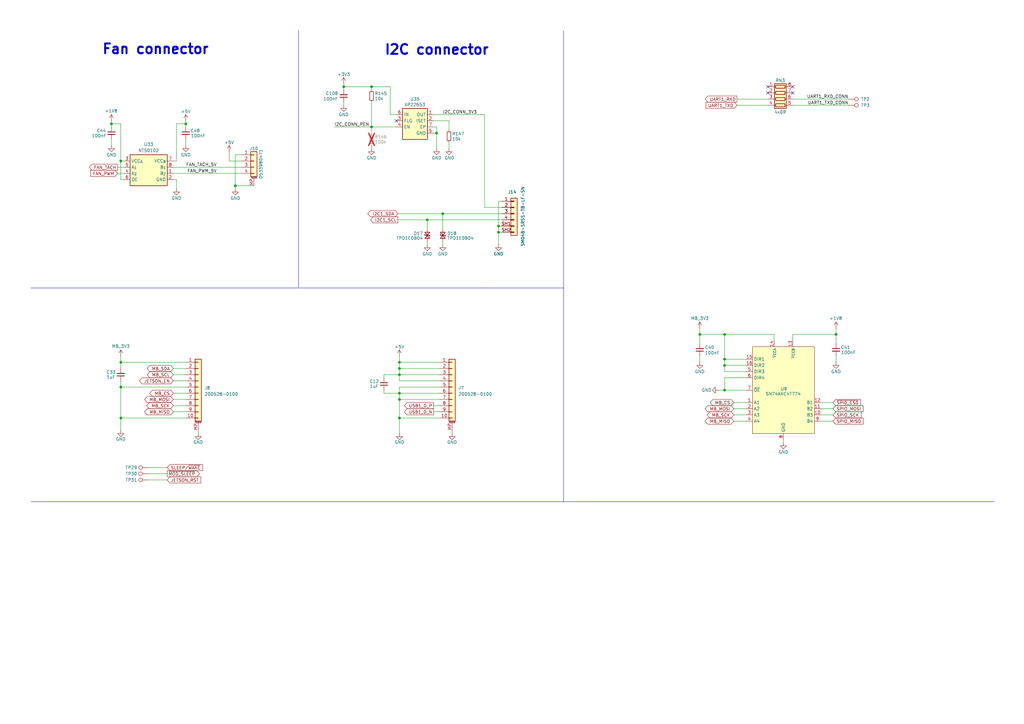
<source format=kicad_sch>
(kicad_sch (version 20231120) (generator "eeschema") (generator_version "8.0")
  (paper "A3")
  (title_block (title "Jetson Carrier Board") (date "2024-07-05") (rev "v1") (company "Argus-1 Cubesat") (comment 1 "www.antmicro.com") (comment 2 "N. Khera"))
  (lib_symbols
    (symbol "Connector:TestPoint" (pin_numbers hide) (pin_names (offset 0.762) hide)
      (property "Reference" "TP" (at 0 6.858 0))
      (property "Value" "TestPoint" (at 0 5.08 0))
      (symbol "TestPoint_1_1"
        (pin passive line (at 0 0 90) (length 2.54) (name "1") (number "1"))
      )
    )
    (symbol "Connector_Generic_MountingPin:Conn_01x04_MountingPin" (pin_names (offset 1.016) hide)
      (property "Reference" "J" (at 0 5.08 0))
      (property "Value" "Conn_01x04_MountingPin" (at 1.27 -7.62 0))
      (symbol "Conn_01x04_MountingPin_1_1"
        (text "Mounting" (at 0 -6.731 0) (effects (font (size 0.381 0.381))))
        (pin passive line (at -5.08 2.54 0) (length 3.81) (name "Pin_1") (number "1"))
        (pin passive line (at -5.08 0 0) (length 3.81) (name "Pin_2") (number "2"))
        (pin passive line (at -5.08 -2.54 0) (length 3.81) (name "Pin_3") (number "3"))
        (pin passive line (at -5.08 -5.08 0) (length 3.81) (name "Pin_4") (number "4"))
        (pin passive line (at 0 -10.16 90) (length 3.048) (name "MountPin") (number "MP"))
      )
    )
    (symbol "Connector_Generic_MountingPin:Conn_01x10_MountingPin" (pin_names (offset 1.016) hide)
      (property "Reference" "J" (at 0 12.7 0))
      (property "Value" "Conn_01x10_MountingPin" (at 1.27 -15.24 0))
      (symbol "Conn_01x10_MountingPin_1_1"
        (text "Mounting" (at 0 -14.351 0) (effects (font (size 0.381 0.381))))
        (pin passive line (at -5.08 10.16 0) (length 3.81) (name "Pin_1") (number "1"))
        (pin passive line (at -5.08 -12.7 0) (length 3.81) (name "Pin_10") (number "10"))
        (pin passive line (at -5.08 7.62 0) (length 3.81) (name "Pin_2") (number "2"))
        (pin passive line (at -5.08 5.08 0) (length 3.81) (name "Pin_3") (number "3"))
        (pin passive line (at -5.08 2.54 0) (length 3.81) (name "Pin_4") (number "4"))
        (pin passive line (at -5.08 0 0) (length 3.81) (name "Pin_5") (number "5"))
        (pin passive line (at -5.08 -2.54 0) (length 3.81) (name "Pin_6") (number "6"))
        (pin passive line (at -5.08 -5.08 0) (length 3.81) (name "Pin_7") (number "7"))
        (pin passive line (at -5.08 -7.62 0) (length 3.81) (name "Pin_8") (number "8"))
        (pin passive line (at -5.08 -10.16 0) (length 3.81) (name "Pin_9") (number "9"))
        (pin passive line (at 0 -17.78 90) (length 3.048) (name "MountPin") (number "MP"))
      )
    )
    (symbol "Device:C_Small" (pin_numbers hide) (pin_names (offset 0.254) hide)
      (property "Reference" "C" (at 0.254 1.778 0))
      (property "Value" "C_Small" (at 0.254 -2.032 0))
      (symbol "C_Small_1_1"
        (pin passive line (at 0 2.54 270) (length 2.032) (name "~") (number "1"))
        (pin passive line (at 0 -2.54 90) (length 2.032) (name "~") (number "2"))
      )
    )
    (symbol "Device:D_TVS_Small" (pin_numbers hide) (pin_names (offset 1.016) hide)
      (property "Reference" "D" (at 0 2.54 0))
      (property "Value" "D_TVS_Small" (at 0 -2.54 0))
      (symbol "D_TVS_Small_1_1"
        (pin passive line (at -2.54 0 0) (length 1.27) (name "A1") (number "1"))
        (pin passive line (at 2.54 0 180) (length 1.27) (name "A2") (number "2"))
      )
    )
    (symbol "Device:R_Pack04" (pin_names (offset 0) hide)
      (property "Reference" "RN" (at -7.62 0 90))
      (property "Value" "R_Pack04" (at 5.08 0 90))
      (symbol "R_Pack04_1_1"
        (pin passive line (at -5.08 -5.08 90) (length 2.54) (name "R1.1") (number "1"))
        (pin passive line (at -2.54 -5.08 90) (length 2.54) (name "R2.1") (number "2"))
        (pin passive line (at 0 -5.08 90) (length 2.54) (name "R3.1") (number "3"))
        (pin passive line (at 2.54 -5.08 90) (length 2.54) (name "R4.1") (number "4"))
        (pin passive line (at 2.54 5.08 270) (length 2.54) (name "R4.2") (number "5"))
        (pin passive line (at 0 5.08 270) (length 2.54) (name "R3.2") (number "6"))
        (pin passive line (at -2.54 5.08 270) (length 2.54) (name "R2.2") (number "7"))
        (pin passive line (at -5.08 5.08 270) (length 2.54) (name "R1.2") (number "8"))
      )
    )
    (symbol "Device:R_Small" (pin_numbers hide) (pin_names (offset 0.254) hide)
      (property "Reference" "R" (at 0.762 0.508 0))
      (property "Value" "R_Small" (at 0.762 -1.016 0))
      (symbol "R_Small_1_1"
        (pin passive line (at 0 2.54 270) (length 0.762) (name "~") (number "1"))
        (pin passive line (at 0 -2.54 90) (length 0.762) (name "~") (number "2"))
      )
    )
    (symbol "JetsonCarrier:AP22653"
      (property "Reference" "U35" (at 7.62 6.35 0))
      (property "Value" "AP22653" (at 7.62 4.064 0))
      (symbol "AP22653_1_1"
        (pin power_out line (at 15.24 0 180) (length 2.54) (name "OUT") (number "1"))
        (pin passive line (at 15.24 -2.54 180) (length 2.54) (name "ISET") (number "2"))
        (pin output line (at 0 -2.54 0) (length 2.54) (name "FLG") (number "3"))
        (pin input line (at 0 -5.08 0) (length 2.54) (name "EN") (number "4"))
        (pin power_in line (at 15.24 -7.62 180) (length 2.54) (name "GND") (number "5"))
        (pin power_in line (at 0 0 0) (length 2.54) (name "IN") (number "6"))
        (pin power_in line (at 15.24 -5.08 180) (length 2.54) (name "EP") (number "7"))
      )
    )
    (symbol "JetsonCarrier:JST_SH_1x4_SM04B-SRSS-TB-LF-SN" (pin_names hide)
      (property "Reference" "J14" (at 2.54 3.81 0))
      (property "Value" "SM04B-SRSS-TB-LF-SN" (at 9.398 -18.542 90))
      (symbol "JST_SH_1x4_SM04B-SRSS-TB-LF-SN_1_1"
        (pin passive line (at 0 0 0) (length 3.81) (name "1") (number "1"))
        (pin passive line (at 0 -2.54 0) (length 3.81) (name "2") (number "2"))
        (pin passive line (at 0 -5.08 0) (length 3.81) (name "3") (number "3"))
        (pin passive line (at 0 -7.62 0) (length 3.81) (name "4") (number "4"))
        (pin passive line (at 0 -10.16 0) (length 3.81) (name "SH1") (number "SH1"))
        (pin passive line (at 0 -12.7 0) (length 3.81) (name "SH2") (number "SH2"))
      )
    )
    (symbol "JetsonCarrier:NTS0102"
      (property "Reference" "U31" (at 10.16 6.604 0))
      (property "Value" "NTS0102" (at 10.16 4.318 0))
      (symbol "NTS0102_1_1"
        (pin bidirectional line (at 20.32 -5.08 180) (length 2.54) (name "B_{2}") (number "1"))
        (pin power_in line (at 20.32 -7.62 180) (length 2.54) (name "GND") (number "2"))
        (pin power_in line (at 0 0 0) (length 2.54) (name "VCC_{A}") (number "3"))
        (pin bidirectional line (at 0 -5.08 0) (length 2.54) (name "A_{2}") (number "4"))
        (pin bidirectional line (at 0 -2.54 0) (length 2.54) (name "A_{1}") (number "5"))
        (pin input line (at 0 -7.62 0) (length 2.54) (name "OE") (number "6"))
        (pin power_in line (at 20.32 0 180) (length 2.54) (name "VCC_{B}") (number "7"))
        (pin bidirectional line (at 20.32 -2.54 180) (length 2.54) (name "B_{1}") (number "8"))
      )
    )
    (symbol "JetsonCarrier:SN74AXC4T774"
      (property "Reference" "U" (at 0 2.286 0))
      (property "Value" "SN74AXC4T774" (at 0 0 0))
      (symbol "SN74AXC4T774_1_1"
        (pin input line (at -15.24 -5.08 0) (length 2.54) (name "A1") (number "1"))
        (pin input line (at 15.24 -10.16 180) (length 2.54) (name "B3") (number "10"))
        (pin input line (at 15.24 -7.62 180) (length 2.54) (name "B2") (number "11"))
        (pin input line (at 15.24 -5.08 180) (length 2.54) (name "B1") (number "12"))
        (pin input line (at 3.81 20.32 270) (length 2.54) (name "V_{CCB}") (number "13"))
        (pin input line (at -3.81 20.32 270) (length 2.54) (name "V_{CCA}") (number "14"))
        (pin input line (at -15.24 12.7 0) (length 2.54) (name "DIR1") (number "15"))
        (pin input line (at -15.24 10.16 0) (length 2.54) (name "DIR2") (number "16"))
        (pin input line (at -15.24 -7.62 0) (length 2.54) (name "A2") (number "2"))
        (pin input line (at -15.24 -10.16 0) (length 2.54) (name "A3") (number "3"))
        (pin input line (at -15.24 -12.7 0) (length 2.54) (name "A4") (number "4"))
        (pin input line (at -15.24 7.62 0) (length 2.54) (name "DIR3") (number "5"))
        (pin input line (at -15.24 5.08 0) (length 2.54) (name "DIR4") (number "6"))
        (pin input line (at -15.24 0 0) (length 2.54) (name "~{OE}") (number "7"))
        (pin input line (at 0 -20.32 90) (length 2.54) (name "GND") (number "8"))
        (pin input line (at 15.24 -12.7 180) (length 2.54) (name "B4") (number "9"))
      )
    )
    (symbol "jetson-orin-baseboard:4x0R_0201_array_1" (pin_names (offset 1.016))
      (property "Reference" "R" (at -5.08 13.97 0))
      (property "Val" "4x0R_0201" (at 0 0 0))
      (symbol "4x0R_0201_array_1_1_1"
        (pin passive line (at -5.08 10.16 0) (length 1.27) (name "~") (number "1"))
        (pin passive line (at -5.08 7.62 0) (length 1.27) (name "~") (number "2"))
        (pin passive line (at -5.08 5.08 0) (length 1.27) (name "~") (number "3"))
        (pin passive line (at -5.08 2.54 0) (length 1.27) (name "~") (number "4"))
        (pin passive line (at 3.81 2.54 180) (length 1.27) (name "~") (number "5"))
        (pin passive line (at 3.81 5.08 180) (length 1.27) (name "~") (number "6"))
        (pin passive line (at 3.81 7.62 180) (length 1.27) (name "~") (number "7"))
        (pin passive line (at 3.81 10.16 180) (length 1.27) (name "~") (number "8"))
      )
    )
    (symbol "jetson-orin-baseboard:GND_10" (power) (pin_numbers hide) (pin_names hide)
      (property "Reference" "#PWR" (at 8.89 -2.54 0))
      (symbol "GND_10_1_1"
        (pin power_in line (at 0 0 270) (length 0) (name "GND") (number "1"))
      )
    )
    (symbol "jetson-orin-baseboard:GND_11" (power) (pin_numbers hide) (pin_names hide)
      (property "Reference" "#PWR" (at 8.89 -2.54 0))
      (symbol "GND_11_1_1"
        (pin power_in line (at 0 0 270) (length 0) (name "GND") (number "1"))
      )
    )
    (symbol "jetson-orin-baseboard:GND_12" (power) (pin_numbers hide) (pin_names hide)
      (property "Reference" "#PWR" (at 8.89 -2.54 0))
      (symbol "GND_12_1_1"
        (pin power_in line (at 0 0 270) (length 0) (name "GND") (number "1"))
      )
    )
    (symbol "jetson-orin-baseboard:GND_13" (power) (pin_numbers hide) (pin_names hide)
      (property "Reference" "#PWR" (at 8.89 -2.54 0))
      (symbol "GND_13_1_1"
        (pin power_in line (at 0 0 270) (length 0) (name "GND") (number "1"))
      )
    )
    (symbol "jetson-orin-baseboard:GND_14" (power) (pin_numbers hide) (pin_names hide)
      (property "Reference" "#PWR" (at 8.89 -2.54 0))
      (symbol "GND_14_1_1"
        (pin power_in line (at 0 0 270) (length 0) (name "GND") (number "1"))
      )
    )
    (symbol "jetson-orin-baseboard:GND_15" (power) (pin_numbers hide) (pin_names hide)
      (property "Reference" "#PWR" (at 8.89 -2.54 0))
      (symbol "GND_15_1_1"
        (pin power_in line (at 0 0 270) (length 0) (name "GND") (number "1"))
      )
    )
    (symbol "jetson-orin-baseboard:GND_16" (power) (pin_numbers hide) (pin_names hide)
      (property "Reference" "#PWR" (at 8.89 -2.54 0))
      (symbol "GND_16_1_1"
        (pin power_in line (at 0 0 270) (length 0) (name "GND") (number "1"))
      )
    )
    (symbol "jetson-orin-baseboard:GND_17" (power) (pin_numbers hide) (pin_names hide)
      (property "Reference" "#PWR" (at 8.89 -2.54 0))
      (symbol "GND_17_1_1"
        (pin power_in line (at 0 0 270) (length 0) (name "GND") (number "1"))
      )
    )
    (symbol "jetson-orin-baseboard:GND_18" (power) (pin_numbers hide) (pin_names hide)
      (property "Reference" "#PWR" (at 8.89 -2.54 0))
      (symbol "GND_18_1_1"
        (pin power_in line (at 0 0 270) (length 0) (name "GND") (number "1"))
      )
    )
    (symbol "jetson-orin-baseboard:GND_19" (power) (pin_numbers hide) (pin_names hide)
      (property "Reference" "#PWR" (at 8.89 -2.54 0))
      (symbol "GND_19_1_1"
        (pin power_in line (at 0 0 270) (length 0) (name "GND") (number "1"))
      )
    )
    (symbol "jetson-orin-baseboard:GND_20" (power) (pin_numbers hide) (pin_names hide)
      (property "Reference" "#PWR" (at 8.89 -2.54 0))
      (symbol "GND_20_1_1"
        (pin power_in line (at 0 0 270) (length 0) (name "GND") (number "1"))
      )
    )
    (symbol "jetson-orin-baseboard:GND_21" (power) (pin_numbers hide) (pin_names hide)
      (property "Reference" "#PWR" (at 8.89 -2.54 0))
      (symbol "GND_21_1_1"
        (pin power_in line (at 0 0 270) (length 0) (name "GND") (number "1"))
      )
    )
    (symbol "jetson-orin-baseboard:GND_22" (power) (pin_numbers hide) (pin_names hide)
      (property "Reference" "#PWR" (at 8.89 -2.54 0))
      (symbol "GND_22_1_1"
        (pin power_in line (at 0 0 270) (length 0) (name "GND") (number "1"))
      )
    )
    (symbol "jetson-orin-baseboard:GND_23" (power) (pin_numbers hide) (pin_names hide)
      (property "Reference" "#PWR" (at 8.89 -2.54 0))
      (symbol "GND_23_1_1"
        (pin power_in line (at 0 0 270) (length 0) (name "GND") (number "1"))
      )
    )
    (symbol "jetson-orin-baseboard:GND_24" (power) (pin_numbers hide) (pin_names hide)
      (property "Reference" "#PWR" (at 8.89 -2.54 0))
      (symbol "GND_24_1_1"
        (pin power_in line (at 0 0 270) (length 0) (name "GND") (number "1"))
      )
    )
    (symbol "jetson-orin-baseboard:GND_25" (power) (pin_numbers hide) (pin_names hide)
      (property "Reference" "#PWR" (at 8.89 -2.54 0))
      (symbol "GND_25_1_1"
        (pin power_in line (at 0 0 270) (length 0) (name "GND") (number "1"))
      )
    )
    (symbol "jetson-orin-baseboard:GND_26" (power) (pin_numbers hide) (pin_names hide)
      (property "Reference" "#PWR" (at 8.89 -2.54 0))
      (symbol "GND_26_1_1"
        (pin power_in line (at 0 0 270) (length 0) (name "GND") (number "1"))
      )
    )
    (symbol "jetson-orin-baseboard:GND_27" (power) (pin_numbers hide) (pin_names hide)
      (property "Reference" "#PWR" (at 8.89 -2.54 0))
      (symbol "GND_27_1_1"
        (pin power_in line (at 0 0 270) (length 0) (name "GND") (number "1"))
      )
    )
    (symbol "jetson-orin-baseboard:GND_28" (power) (pin_numbers hide) (pin_names hide)
      (property "Reference" "#PWR" (at 8.89 -2.54 0))
      (symbol "GND_28_1_1"
        (pin power_in line (at 0 0 270) (length 0) (name "GND") (number "1"))
      )
    )
    (symbol "jetson-orin-baseboard:GND_29" (power) (pin_numbers hide) (pin_names hide)
      (property "Reference" "#PWR" (at 8.89 -2.54 0))
      (symbol "GND_29_1_1"
        (pin power_in line (at 0 0 270) (length 0) (name "GND") (number "1"))
      )
    )
    (symbol "jetson-orin-baseboard:GND_30" (power) (pin_numbers hide) (pin_names hide)
      (property "Reference" "#PWR" (at 8.89 -2.54 0))
      (symbol "GND_30_1_1"
        (pin power_in line (at 0 0 270) (length 0) (name "GND") (number "1"))
      )
    )
    (symbol "jetson-orin-baseboard:GND_31" (power) (pin_numbers hide) (pin_names hide)
      (property "Reference" "#PWR" (at 8.89 -2.54 0))
      (symbol "GND_31_1_1"
        (pin power_in line (at 0 0 270) (length 0) (name "GND") (number "1"))
      )
    )
    (symbol "power:+1V8" (power) (pin_numbers hide) (pin_names (offset 0) hide)
      (property "Value" "+1V8" (at 0 3.556 0))
      (symbol "+1V8_1_1"
        (pin power_in line (at 0 0 90) (length 0) (name "~") (number "1"))
      )
    )
    (symbol "power:+3.3V" (power) (pin_numbers hide) (pin_names (offset 0) hide)
      (property "Value" "+3.3V" (at 0 3.556 0))
      (symbol "+3.3V_1_1"
        (pin power_in line (at 0 0 90) (length 0) (name "~") (number "1"))
      )
    )
    (symbol "power:+3V3" (power) (pin_numbers hide) (pin_names (offset 0) hide)
      (property "Value" "+3V3" (at 0 3.556 0))
      (symbol "+3V3_1_1"
        (pin power_in line (at 0 0 90) (length 0) (name "~") (number "1"))
      )
    )
    (symbol "power:+5V" (power) (pin_numbers hide) (pin_names (offset 0) hide)
      (property "Value" "+5V" (at 0 3.556 0))
      (symbol "+5V_1_1"
        (pin power_in line (at 0 0 90) (length 0) (name "~") (number "1"))
      )
    )
    (symbol "power:GND" (power) (pin_numbers hide) (pin_names (offset 0) hide)
      (property "Value" "GND" (at 0 -3.81 0))
      (symbol "GND_1_1"
        (pin power_in line (at 0 0 270) (length 0) (name "~") (number "1"))
      )
    )
  )
  (junction (at 96.52 76.2))
  (junction (at 152.4 52.07))
  (junction (at 342.9 137.16))
  (junction (at 175.26 90.17))
  (junction (at 163.83 163.83))
  (junction (at 204.47 95.25))
  (junction (at 163.83 151.13))
  (junction (at 49.53 148.59))
  (junction (at 49.53 158.75))
  (junction (at 163.83 171.45))
  (junction (at 163.83 148.59))
  (junction (at 49.53 171.45))
  (junction (at 49.53 66.04))
  (junction (at 163.83 161.29))
  (junction (at 297.18 160.02))
  (junction (at 179.07 54.61))
  (junction (at 140.97 35.56))
  (junction (at 297.18 137.16))
  (junction (at 297.18 147.32))
  (junction (at 163.83 153.67))
  (junction (at 204.47 92.71))
  (junction (at 152.4 35.56))
  (junction (at 45.72 50.8))
  (junction (at 76.2 50.8))
  (junction (at 287.02 137.16))
  (junction (at 297.18 149.86))
  (junction (at 181.61 87.63))
  (no_connect (at 314.96 38.1))
  (no_connect (at 325.12 38.1))
  (no_connect (at 162.56 49.53))
  (no_connect (at 325.12 35.56))
  (no_connect (at 314.96 35.56))
  (wire (pts (xy 76.2 50.8) (xy 76.2 52.07)))
  (wire (pts (xy 321.31 180.34) (xy 321.31 181.61)))
  (wire (pts (xy 179.07 52.07) (xy 179.07 54.61)))
  (wire (pts (xy 180.34 156.21) (xy 163.83 156.21)))
  (wire (pts (xy 96.52 63.5) (xy 99.06 63.5)))
  (wire (pts (xy 204.47 95.25) (xy 204.47 100.33)))
  (wire (pts (xy 163.195 90.17) (xy 175.26 90.17)))
  (wire (pts (xy 181.61 87.63) (xy 205.74 87.63)))
  (wire (pts (xy 49.53 158.75) (xy 76.2 158.75)))
  (wire (pts (xy 140.97 41.91) (xy 140.97 43.18)))
  (wire (pts (xy 325.12 40.64) (xy 347.98 40.64)))
  (wire (pts (xy 140.97 34.29) (xy 140.97 35.56)))
  (wire (pts (xy 287.02 134.62) (xy 287.02 137.16)))
  (wire (pts (xy 297.18 160.02) (xy 306.07 160.02)))
  (wire (pts (xy 76.2 49.53) (xy 76.2 50.8)))
  (wire (pts (xy 72.39 66.04) (xy 72.39 50.8)))
  (wire (pts (xy 76.2 163.83) (xy 71.12 163.83)))
  (wire (pts (xy 60.96 191.77) (xy 68.58 191.77)))
  (wire (pts (xy 140.97 35.56) (xy 140.97 36.83)))
  (wire (pts (xy 297.18 137.16) (xy 297.18 147.32)))
  (wire (pts (xy 336.55 170.18) (xy 341.63 170.18)))
  (wire (pts (xy 177.8 46.99) (xy 198.755 46.99)))
  (wire (pts (xy 184.15 49.53) (xy 184.15 53.34)))
  (wire (pts (xy 177.8 52.07) (xy 179.07 52.07)))
  (polyline (pts (xy 231.14 205.74) (xy 231.14 118.11)))
  (wire (pts (xy 152.4 52.07) (xy 152.4 54.61)))
  (wire (pts (xy 76.2 153.67) (xy 71.12 153.67)))
  (wire (pts (xy 181.61 87.63) (xy 181.61 93.98)))
  (wire (pts (xy 179.07 54.61) (xy 179.07 60.96)))
  (wire (pts (xy 76.2 168.91) (xy 71.12 168.91)))
  (wire (pts (xy 342.9 134.62) (xy 342.9 137.16)))
  (wire (pts (xy 177.8 166.37) (xy 180.34 166.37)))
  (wire (pts (xy 152.4 59.69) (xy 152.4 60.96)))
  (wire (pts (xy 287.02 137.16) (xy 297.18 137.16)))
  (wire (pts (xy 336.55 167.64) (xy 341.63 167.64)))
  (wire (pts (xy 71.12 68.58) (xy 99.06 68.58)))
  (wire (pts (xy 163.83 156.21) (xy 163.83 153.67)))
  (wire (pts (xy 297.18 147.32) (xy 306.07 147.32)))
  (wire (pts (xy 60.96 194.31) (xy 68.58 194.31)))
  (polyline (pts (xy 231.14 12.7) (xy 231.14 118.11)))
  (wire (pts (xy 184.15 60.96) (xy 184.15 58.42)))
  (wire (pts (xy 306.07 172.72) (xy 300.99 172.72)))
  (wire (pts (xy 163.83 153.67) (xy 180.34 153.67)))
  (wire (pts (xy 325.12 137.16) (xy 325.12 139.7)))
  (wire (pts (xy 76.2 151.13) (xy 71.12 151.13)))
  (wire (pts (xy 163.83 161.29) (xy 157.48 161.29)))
  (wire (pts (xy 163.83 163.83) (xy 180.34 163.83)))
  (wire (pts (xy 50.8 73.66) (xy 49.53 73.66)))
  (wire (pts (xy 96.52 76.2) (xy 96.52 77.47)))
  (wire (pts (xy 72.39 77.47) (xy 72.39 73.66)))
  (wire (pts (xy 160.02 35.56) (xy 152.4 35.56)))
  (wire (pts (xy 163.83 171.45) (xy 163.83 177.8)))
  (wire (pts (xy 49.53 146.05) (xy 49.53 148.59)))
  (wire (pts (xy 163.83 151.13) (xy 163.83 148.59)))
  (wire (pts (xy 341.63 165.1) (xy 336.55 165.1)))
  (wire (pts (xy 342.9 137.16) (xy 325.12 137.16)))
  (wire (pts (xy 49.53 158.75) (xy 49.53 171.45)))
  (wire (pts (xy 96.52 76.2) (xy 104.14 76.2)))
  (wire (pts (xy 163.195 87.63) (xy 181.61 87.63)))
  (wire (pts (xy 163.83 158.75) (xy 163.83 161.29)))
  (wire (pts (xy 137.16 52.07) (xy 152.4 52.07)))
  (wire (pts (xy 177.8 54.61) (xy 179.07 54.61)))
  (wire (pts (xy 297.18 154.94) (xy 297.18 160.02)))
  (wire (pts (xy 306.07 167.64) (xy 300.99 167.64)))
  (wire (pts (xy 287.02 140.97) (xy 287.02 137.16)))
  (wire (pts (xy 71.12 161.29) (xy 76.2 161.29)))
  (wire (pts (xy 71.12 71.12) (xy 99.06 71.12)))
  (wire (pts (xy 76.2 166.37) (xy 71.12 166.37)))
  (wire (pts (xy 157.48 154.94) (xy 157.48 153.67)))
  (wire (pts (xy 204.47 95.25) (xy 205.74 95.25)))
  (wire (pts (xy 205.74 85.09) (xy 198.755 85.09)))
  (wire (pts (xy 297.18 147.32) (xy 297.18 149.86)))
  (wire (pts (xy 163.83 148.59) (xy 180.34 148.59)))
  (wire (pts (xy 342.9 137.16) (xy 342.9 140.97)))
  (wire (pts (xy 49.53 171.45) (xy 76.2 171.45)))
  (wire (pts (xy 49.53 66.04) (xy 49.53 50.8)))
  (wire (pts (xy 300.99 165.1) (xy 306.07 165.1)))
  (wire (pts (xy 297.18 149.86) (xy 306.07 149.86)))
  (wire (pts (xy 140.97 35.56) (xy 152.4 35.56)))
  (wire (pts (xy 317.5 139.7) (xy 317.5 137.16)))
  (wire (pts (xy 72.39 73.66) (xy 71.12 73.66)))
  (wire (pts (xy 45.72 49.53) (xy 45.72 50.8)))
  (wire (pts (xy 177.8 168.91) (xy 180.34 168.91)))
  (wire (pts (xy 157.48 161.29) (xy 157.48 160.02)))
  (wire (pts (xy 49.53 148.59) (xy 76.2 148.59)))
  (wire (pts (xy 163.83 161.29) (xy 163.83 163.83)))
  (wire (pts (xy 81.28 176.53) (xy 81.28 177.8)))
  (wire (pts (xy 45.72 57.15) (xy 45.72 59.69)))
  (wire (pts (xy 49.53 171.45) (xy 49.53 176.53)))
  (wire (pts (xy 93.98 62.23) (xy 93.98 66.04)))
  (wire (pts (xy 287.02 146.05) (xy 287.02 148.59)))
  (wire (pts (xy 152.4 52.07) (xy 162.56 52.07)))
  (wire (pts (xy 294.64 160.02) (xy 297.18 160.02)))
  (wire (pts (xy 204.47 92.71) (xy 204.47 95.25)))
  (wire (pts (xy 49.53 73.66) (xy 49.53 66.04)))
  (wire (pts (xy 49.53 151.13) (xy 49.53 148.59)))
  (wire (pts (xy 175.26 90.17) (xy 175.26 93.98)))
  (wire (pts (xy 185.42 176.53) (xy 185.42 177.8)))
  (wire (pts (xy 93.98 66.04) (xy 99.06 66.04)))
  (wire (pts (xy 302.26 43.18) (xy 314.96 43.18)))
  (wire (pts (xy 204.47 92.71) (xy 205.74 92.71)))
  (wire (pts (xy 177.8 49.53) (xy 184.15 49.53)))
  (wire (pts (xy 163.83 171.45) (xy 180.34 171.45)))
  (wire (pts (xy 163.83 163.83) (xy 163.83 171.45)))
  (wire (pts (xy 49.53 156.21) (xy 49.53 158.75)))
  (wire (pts (xy 175.26 99.06) (xy 175.26 100.33)))
  (wire (pts (xy 160.02 46.99) (xy 160.02 35.56)))
  (polyline (pts (xy 122.428 12.446) (xy 122.428 117.856)))
  (wire (pts (xy 297.18 149.86) (xy 297.18 152.4)))
  (wire (pts (xy 49.53 66.04) (xy 50.8 66.04)))
  (wire (pts (xy 48.26 68.58) (xy 50.8 68.58)))
  (wire (pts (xy 49.53 50.8) (xy 45.72 50.8)))
  (wire (pts (xy 180.34 158.75) (xy 163.83 158.75)))
  (wire (pts (xy 96.52 63.5) (xy 96.52 76.2)))
  (wire (pts (xy 76.2 57.15) (xy 76.2 59.69)))
  (wire (pts (xy 60.96 196.85) (xy 68.58 196.85)))
  (wire (pts (xy 198.755 46.99) (xy 198.755 85.09)))
  (polyline (pts (xy 12.7 118.11) (xy 199.39 118.11)))
  (wire (pts (xy 306.07 170.18) (xy 300.99 170.18)))
  (wire (pts (xy 302.26 40.64) (xy 314.96 40.64)))
  (polyline (pts (xy 407.67 205.74) (xy 199.39 205.74)))
  (wire (pts (xy 347.98 43.18) (xy 325.12 43.18)))
  (wire (pts (xy 306.07 154.94) (xy 297.18 154.94)))
  (wire (pts (xy 163.83 153.67) (xy 163.83 151.13)))
  (wire (pts (xy 163.83 146.05) (xy 163.83 148.59)))
  (wire (pts (xy 204.47 82.55) (xy 204.47 92.71)))
  (wire (pts (xy 204.47 82.55) (xy 205.74 82.55)))
  (wire (pts (xy 317.5 137.16) (xy 297.18 137.16)))
  (wire (pts (xy 297.18 152.4) (xy 306.07 152.4)))
  (polyline (pts (xy 106.68 205.74) (xy 199.39 205.74)))
  (wire (pts (xy 157.48 153.67) (xy 163.83 153.67)))
  (wire (pts (xy 342.9 146.05) (xy 342.9 148.59)))
  (wire (pts (xy 71.12 66.04) (xy 72.39 66.04)))
  (wire (pts (xy 163.83 161.29) (xy 180.34 161.29)))
  (wire (pts (xy 160.02 46.99) (xy 162.56 46.99)))
  (wire (pts (xy 48.26 71.12) (xy 50.8 71.12)))
  (wire (pts (xy 71.12 156.21) (xy 76.2 156.21)))
  (wire (pts (xy 336.55 172.72) (xy 341.63 172.72)))
  (polyline (pts (xy 12.7 205.74) (xy 106.68 205.74)))
  (wire (pts (xy 175.26 90.17) (xy 205.74 90.17)))
  (wire (pts (xy 45.72 50.8) (xy 45.72 52.07)))
  (wire (pts (xy 163.83 151.13) (xy 180.34 151.13)))
  (wire (pts (xy 152.4 35.56) (xy 152.4 36.83)))
  (wire (pts (xy 181.61 99.06) (xy 181.61 100.33)))
  (polyline (pts (xy 231.14 118.11) (xy 199.39 118.11)))
  (wire (pts (xy 72.39 50.8) (xy 76.2 50.8)))
  (wire (pts (xy 152.4 41.91) (xy 152.4 52.07)))
  (text "Fan connector" (at 41.656 22.606 0) (effects (font (size 4 4) (thickness 0.8) (bold yes)) (justify left bottom)))
  (text "I2C connector" (at 157.48 22.86 0) (effects (font (size 4 4) (thickness 0.8) (bold yes)) (justify left bottom)))
  (label "UART1_TXD_CONN" (at 347.98 43.18 180))
  (label "I2C_CONN_PEN" (at 137.16 52.07 0))
  (label "FAN_TACH_5V" (at 88.9 68.58 180))
  (label "UART1_RXD_CONN" (at 347.98 40.64 180))
  (label "FAN_PWM_5V" (at 88.9 71.12 180))
  (label "I2C_CONN_3V3" (at 181.61 46.99 0))
  (global_label "MB_MISO" (shape bidirectional) (at 71.12 168.91 180) (property "Intersheetrefs" "${INTERSHEET_REFS}" (at 58.7383 168.91 0) (effects (justify right))))
  (global_label "I2C1_SDA" (shape bidirectional) (at 163.195 87.63 180) (property "Intersheetrefs" "${INTERSHEET_REFS}" (at 150.495 87.63 0) (effects (justify right))))
  (global_label "I2C1_SCL" (shape output) (at 163.195 90.17 180) (property "Intersheetrefs" "${INTERSHEET_REFS}" (at 150.495 90.17 0) (effects (justify right))))
  (global_label "FAN_TACH" (shape output) (at 48.26 68.58 180) (property "Intersheetrefs" "${INTERSHEET_REFS}" (at 36.715 68.6594 0) (effects (justify right))))
  (global_label "JETSON_EN" (shape bidirectional) (at 71.12 156.21 180) (property "Intersheetrefs" "${INTERSHEET_REFS}" (at 56.6217 156.21 0) (effects (justify right))))
  (global_label "UART1_TXD" (shape input) (at 302.26 43.18 180) (property "Intersheetrefs" "${INTERSHEET_REFS}" (at 289.5659 43.2594 0) (effects (justify right))))
  (global_label "MB_SCK" (shape bidirectional) (at 300.99 170.18 180) (property "Intersheetrefs" "${INTERSHEET_REFS}" (at 289.455 170.18 0) (effects (justify right))))
  (global_label "MB_MISO" (shape bidirectional) (at 300.99 172.72 180) (property "Intersheetrefs" "${INTERSHEET_REFS}" (at 288.6083 172.72 0) (effects (justify right))))
  (global_label "MB_SDA" (shape bidirectional) (at 71.12 151.13 180) (property "Intersheetrefs" "${INTERSHEET_REFS}" (at 59.7664 151.13 0) (effects (justify right))))
  (global_label "SPIO_MOSI" (shape input) (at 341.63 167.64 0) (property "Intersheetrefs" "${INTERSHEET_REFS}" (at 354.5938 167.64 0) (effects (justify left))))
  (global_label "FAN_PWM" (shape input) (at 48.26 71.12 180) (property "Intersheetrefs" "${INTERSHEET_REFS}" (at 37.1988 71.1994 0) (effects (justify right))))
  (global_label "MB_SCK" (shape bidirectional) (at 71.12 166.37 180) (property "Intersheetrefs" "${INTERSHEET_REFS}" (at 59.585 166.37 0) (effects (justify right))))
  (global_label "MB_MOSI" (shape bidirectional) (at 71.12 163.83 180) (property "Intersheetrefs" "${INTERSHEET_REFS}" (at 58.7383 163.83 0) (effects (justify right))))
  (global_label "SLEEP{slash}~{WAKE}" (shape input) (at 68.58 191.77 0) (property "Intersheetrefs" "${INTERSHEET_REFS}" (at 86.36 191.77 0) (effects (justify left))))
  (global_label "SPIO_SCK" (shape input) (at 341.63 170.18 0) (property "Intersheetrefs" "${INTERSHEET_REFS}" (at 353.7471 170.18 0) (effects (justify left))))
  (global_label "SPIO_MISO" (shape input) (at 341.63 172.72 0) (property "Intersheetrefs" "${INTERSHEET_REFS}" (at 354.5938 172.72 0) (effects (justify left))))
  (global_label "UART1_RXD" (shape output) (at 302.26 40.64 180) (property "Intersheetrefs" "${INTERSHEET_REFS}" (at 288.6915 40.64 0) (effects (justify right))))
  (global_label "USB1_D_P" (shape output) (at 177.8 166.37 180) (property "Intersheetrefs" "${INTERSHEET_REFS}" (at 161.925 166.37 0) (effects (font (size 1.1 1.1)) (justify right))))
  (global_label "MB_MOSI" (shape bidirectional) (at 300.99 167.64 180) (property "Intersheetrefs" "${INTERSHEET_REFS}" (at 288.6083 167.64 0) (effects (justify right))))
  (global_label "USB1_D_N" (shape output) (at 177.8 168.91 180) (property "Intersheetrefs" "${INTERSHEET_REFS}" (at 161.925 168.91 0) (effects (font (size 1.1 1.1)) (justify right))))
  (global_label "JETSON_RST" (shape input) (at 68.58 196.85 0) (property "Intersheetrefs" "${INTERSHEET_REFS}" (at 82.9346 196.85 0) (effects (justify left))))
  (global_label "~{SPI0_CS0}" (shape input) (at 341.63 165.1 0) (property "Intersheetrefs" "${INTERSHEET_REFS}" (at 353.5656 165.1 0) (effects (justify left))))
  (global_label "MB_CS" (shape bidirectional) (at 300.99 165.1 180) (property "Intersheetrefs" "${INTERSHEET_REFS}" (at 290.725 165.1 0) (effects (justify right))))
  (global_label "~{MOD_SLEEP}" (shape output) (at 68.58 194.31 0) (property "Intersheetrefs" "${INTERSHEET_REFS}" (at 86.36 194.31 0) (effects (justify left))))
  (global_label "MB_SCL" (shape bidirectional) (at 71.12 153.67 180) (property "Intersheetrefs" "${INTERSHEET_REFS}" (at 59.8269 153.67 0) (effects (justify right))))
  (global_label "MB_CS" (shape bidirectional) (at 71.12 161.29 180) (property "Intersheetrefs" "${INTERSHEET_REFS}" (at 60.855 161.29 0) (effects (justify right))))
  (symbol (lib_id "Device:C_Small") (at 342.9 143.51 0) (mirror y) (unit 1)
    (property "Reference" "C41" (at 348.742 142.494 0) (effects (justify left)))
    (property "Value" "100nF" (at 351.028 145.288 0) (effects (justify left bottom)))
    (property "Footprint" "Capacitor_SMD:C_0603_1608Metric" (effects (hide yes)))
    (property "Description" "Unpolarized capacitor, small symbol" (effects (hide yes)))
    (property "Manufacturer" "TDK" (effects (hide yes)))
    (property "MPN" "C1005X6S1A105K050BC" (effects (hide yes)))
    (property "Val" "100n" (effects (hide yes)))
    (property "License" "Apache-2.0" (effects (hide yes)))
    (property "Author" "Antmicro" (effects (hide yes)))
  )
  (symbol (lib_id "power:+5V") (at 93.98 62.23 0) (unit 1)
    (property "Reference" "#PWR0228" (effects (hide yes)))
    (property "Value" "+5V" (at 96.012 58.42 0) (effects (justify right)))
    (property "Description" "Power symbol creates a global label with name \"+5V\"" (effects (hide yes)))
  )
  (symbol (lib_id "power:GND") (at 72.39 77.47 0) (unit 1)
    (property "Reference" "#PWR0314" (effects (hide yes)))
    (property "Value" "GND" (at 70.358 81.28 0) (effects (justify left)))
    (property "Description" "Power symbol creates a global label with name \"GND\" , ground" (effects (hide yes)))
    (property "Author" "Antmicro" (effects (hide yes)))
    (property "License" "Apache-2.0" (effects (hide yes)))
  )
  (symbol (lib_id "power:+1V8") (at 342.9 134.62 0) (unit 1)
    (property "Reference" "#PWR088" (effects (hide yes)))
    (property "Value" "+1V8" (at 345.44 130.556 0) (effects (justify right)))
    (property "Description" "Power symbol creates a global label with name \"+1V8\"" (effects (hide yes)))
  )
  (symbol (lib_id "power:GND") (at 152.4 60.96 0) (unit 1)
    (property "Reference" "#PWR0185" (effects (hide yes)))
    (property "Value" "GND" (at 152.4 64.77 0))
    (property "Description" "Power symbol creates a global label with name \"GND\" , ground" (effects (hide yes)))
    (property "Author" "Antmicro" (effects (hide yes)))
    (property "License" "Apache-2.0" (effects (hide yes)))
  )
  (symbol (lib_id "Connector:TestPoint") (at 60.96 194.31 90) (unit 1)
    (property "Reference" "TP30" (at 53.848 194.31 90))
    (property "Value" "TP_0.75mm_SMD" (effects (hide yes)))
    (property "Footprint" "JetsonCarrier:TP_SMD_0.75mm" (effects (hide yes)))
    (property "Description" "test point" (effects (hide yes)))
    (property "Author" "Antmicro" (effects (hide yes)))
    (property "License" "Apache-2.0" (effects (hide yes)))
  )
  (symbol (lib_id "power:GND") (at 287.02 148.59 0) (unit 1)
    (property "Reference" "#PWR089" (effects (hide yes)))
    (property "Value" "GND" (at 287.02 152.4 0))
    (property "Description" "Power symbol creates a global label with name \"GND\" , ground" (effects (hide yes)))
  )
  (symbol (lib_id "power:GND") (at 179.07 60.96 0) (unit 1)
    (property "Reference" "#PWR0322" (effects (hide yes)))
    (property "Value" "GND" (at 179.07 64.77 0))
    (property "Description" "Power symbol creates a global label with name \"GND\" , ground" (effects (hide yes)))
    (property "Author" "Antmicro" (effects (hide yes)))
    (property "License" "Apache-2.0" (effects (hide yes)))
  )
  (symbol (lib_id "power:GND") (at 185.42 177.8 0) (unit 1)
    (property "Reference" "#PWR069" (effects (hide yes)))
    (property "Value" "GND" (at 185.42 181.356 0))
    (property "Description" "Power symbol creates a global label with name \"GND\" , ground" (effects (hide yes)))
  )
  (symbol (lib_id "JetsonCarrier:NTS0102") (at 50.8 66.04 0) (unit 1)
    (property "Reference" "U33" (at 60.96 59.182 0))
    (property "Value" "NTS0102" (at 60.96 61.722 0))
    (property "Footprint" "JetsonCarrier:XSON-8_1x1.95mm_P0.5mm" (effects (hide yes)))
    (property "Datasheet" "http://www.farnell.com/datasheets/1760723.pdf" (effects (hide yes)))
    (property "MPN" "NTS0102GT" (effects (hide yes)))
    (property "Manufacturer" "NXP" (effects (hide yes)))
    (property "Author" "Antmicro" (effects (hide yes)))
    (property "License" "Apache-2.0" (effects (hide yes)))
  )
  (symbol (lib_id "power:GND") (at 140.97 43.18 0) (mirror y) (unit 1)
    (property "Reference" "#PWR0321" (effects (hide yes)))
    (property "Value" "GND" (at 140.97 46.99 0))
    (property "Description" "Power symbol creates a global label with name \"GND\" , ground" (effects (hide yes)))
    (property "Author" "Antmicro" (effects (hide yes)))
    (property "License" "Apache-2.0" (effects (hide yes)))
  )
  (symbol (lib_id "power:GND") (at 163.83 177.8 0) (unit 1)
    (property "Reference" "#PWR068" (effects (hide yes)))
    (property "Value" "GND" (at 163.83 181.356 0))
    (property "Description" "Power symbol creates a global label with name \"GND\" , ground" (effects (hide yes)))
  )
  (symbol (lib_id "power:GND") (at 76.2 59.69 0) (unit 1)
    (property "Reference" "#PWR0315" (effects (hide yes)))
    (property "Value" "GND" (at 76.2 63.5 0))
    (property "Description" "Power symbol creates a global label with name \"GND\" , ground" (effects (hide yes)))
    (property "Author" "Antmicro" (effects (hide yes)))
    (property "License" "Apache-2.0" (effects (hide yes)))
  )
  (symbol (lib_id "Device:D_TVS_Small") (at 175.26 96.52 90) (unit 1)
    (property "Reference" "D17" (at 173.482 95.758 90) (effects (justify left)))
    (property "Value" "TPD1E0B04" (at 173.482 97.663 90) (effects (justify left)))
    (property "Footprint" "Diode_SMD:D_SOD-882" (effects (hide yes)))
    (property "Description" "Bidirectional transient-voltage-suppression diode, small symbol" (effects (hide yes)))
    (property "Manufacturer" "Texas Instruments" (effects (hide yes)))
    (property "MPN" "TPD1E0B04DPYR " (effects (hide yes)))
    (property "Author" "Antmicro" (effects (hide yes)))
    (property "License" "Apache-2.0" (effects (hide yes)))
  )
  (symbol (lib_id "power:+1V8") (at 45.72 49.53 0) (unit 1)
    (property "Reference" "#PWR0225" (effects (hide yes)))
    (property "Value" "+1V8" (at 48.26 45.466 0) (effects (justify right)))
    (property "Description" "Power symbol creates a global label with name \"+1V8\"" (effects (hide yes)))
  )
  (symbol (lib_id "Device:R_Small") (at 152.4 57.15 0) (unit 1) (dnp yes)
    (property "Reference" "R146" (at 158.75 56.134 0) (effects (justify right)))
    (property "Value" "100k" (at 153.67 58.928 0) (effects (justify left bottom)))
    (property "Footprint" "Resistor_SMD:R_0603_1608Metric" (effects (hide yes)))
    (property "Description" "Resistor, small symbol" (effects (hide yes)))
    (property "Manufacturer" "Bourns" (effects (hide yes)))
    (property "MPN" "CR0402-FX-1003GLF" (effects (hide yes)))
    (property "Val" "100k" (effects (hide yes)))
    (property "DNP" "DNP" (at 152.4 55.118 90) (effects (justify right)))
    (property "License" "Apache-2.0" (effects (hide yes)))
    (property "Author" "Antmicro" (effects (hide yes)))
    (property "Tolerance" "1%" (effects (hide yes)))
  )
  (symbol (lib_id "JetsonCarrier:AP22653") (at 162.56 46.99 0) (unit 1)
    (property "Reference" "U35" (at 170.18 40.64 0))
    (property "Value" "AP22653" (at 170.18 42.926 0))
    (property "Footprint" "JetsonCarrier:DFN-6-1EP_2x2mm_P0.65mm_EP1x1.6mm" (effects (hide yes)))
    (property "Datasheet" "https://www.mouser.pl/datasheet/2/115/DIOD_S_A0010880137_1-2543666.pdf" (effects (hide yes)))
    (property "MPN" "AP22653FDZ-7" (effects (hide yes)))
    (property "Manufacturer" "Diodes Incorporated" (effects (hide yes)))
    (property "Author" "Antmicro" (effects (hide yes)))
    (property "License" "Apache-2.0" (effects (hide yes)))
  )
  (symbol (lib_id "Device:R_Small") (at 184.15 55.88 0) (unit 1)
    (property "Reference" "R147" (at 190.5 54.864 0) (effects (justify right)))
    (property "Value" "15k" (at 185.42 57.658 0) (effects (justify left bottom)))
    (property "Footprint" "Resistor_SMD:R_0603_1608Metric" (effects (hide yes)))
    (property "Description" "Resistor, small symbol" (effects (hide yes)))
    (property "Manufacturer" "Bourns" (effects (hide yes)))
    (property "MPN" "CR0402-FX-1502GLF" (effects (hide yes)))
    (property "Val" "15k" (effects (hide yes)))
    (property "License" "Apache-2.0" (effects (hide yes)))
    (property "Author" "Antmicro" (effects (hide yes)))
    (property "Tolerance" "1%" (effects (hide yes)))
  )
  (symbol (lib_id "Device:C_Small") (at 49.53 153.67 0) (mirror x) (unit 1)
    (property "Reference" "C33" (at 47.498 152.6475 0) (effects (justify right)))
    (property "Value" "1uF" (at 43.688 153.924 0) (effects (justify left bottom)))
    (property "Footprint" "Capacitor_SMD:C_0603_1608Metric" (effects (hide yes)))
    (property "Description" "Unpolarized capacitor, small symbol" (effects (hide yes)))
    (property "Manufacturer" "TDK" (effects (hide yes)))
    (property "MPN" "C1005X6S1A105K050BC" (effects (hide yes)))
    (property "Val" "1u" (effects (hide yes)))
    (property "License" "Apache-2.0" (effects (hide yes)))
    (property "Author" "Antmicro" (effects (hide yes)))
  )
  (symbol (lib_id "Connector_Generic_MountingPin:Conn_01x10_MountingPin") (at 81.28 158.75 0) (unit 1)
    (property "Reference" "J8" (at 83.82 159.1055 0) (effects (justify left)))
    (property "Value" "200528-0100" (at 83.82 161.6455 0) (effects (justify left)))
    (property "Footprint" "Connector_FFC-FPC:Molex_200528-0100_1x10-1MP_P1.00mm_Horizontal" (effects (hide yes)))
    (property "Description" "Generic connectable mounting pin connector, single row, 01x10, script generated (kicad-library-utils/schlib/autogen/connector/)" (effects (hide yes)))
  )
  (symbol (lib_id "Connector_Generic_MountingPin:Conn_01x10_MountingPin") (at 185.42 158.75 0) (unit 1)
    (property "Reference" "J7" (at 187.96 159.1055 0) (effects (justify left)))
    (property "Value" "200528-0100" (at 187.96 161.6455 0) (effects (justify left)))
    (property "Footprint" "Connector_FFC-FPC:Molex_200528-0100_1x10-1MP_P1.00mm_Horizontal" (effects (hide yes)))
    (property "Description" "Generic connectable mounting pin connector, single row, 01x10, script generated (kicad-library-utils/schlib/autogen/connector/)" (effects (hide yes)))
  )
  (symbol (lib_id "Device:R_Small") (at 152.4 39.37 0) (unit 1)
    (property "Reference" "R145" (at 158.75 38.354 0) (effects (justify right)))
    (property "Value" "10k" (at 153.67 41.148 0) (effects (justify left bottom)))
    (property "Footprint" "Resistor_SMD:R_0603_1608Metric" (effects (hide yes)))
    (property "Description" "Resistor, small symbol" (effects (hide yes)))
    (property "Manufacturer" "Bourns" (effects (hide yes)))
    (property "MPN" "CR0402-FX-1002GLF" (effects (hide yes)))
    (property "Val" "10k" (effects (hide yes)))
    (property "License" "Apache-2.0" (effects (hide yes)))
    (property "Author" "Antmicro" (effects (hide yes)))
    (property "Tolerance" "1%" (effects (hide yes)))
  )
  (symbol (lib_id "power:GND") (at 45.72 59.69 0) (unit 1)
    (property "Reference" "#PWR0227" (effects (hide yes)))
    (property "Value" "GND" (at 45.72 63.5 0))
    (property "Description" "Power symbol creates a global label with name \"GND\" , ground" (effects (hide yes)))
    (property "Author" "Antmicro" (effects (hide yes)))
    (property "License" "Apache-2.0" (effects (hide yes)))
  )
  (symbol (lib_id "power:GND") (at 181.61 100.33 0) (unit 1)
    (property "Reference" "#PWR0335" (effects (hide yes)))
    (property "Value" "GND" (at 181.61 104.14 0))
    (property "Description" "Power symbol creates a global label with name \"GND\" , ground" (effects (hide yes)))
    (property "Author" "Antmicro" (effects (hide yes)))
    (property "License" "Apache-2.0" (effects (hide yes)))
  )
  (symbol (lib_id "Device:C_Small") (at 45.72 54.61 0) (mirror y) (unit 1)
    (property "Reference" "C44" (at 39.624 53.594 0) (effects (justify right)))
    (property "Value" "100nF" (at 37.592 56.388 0) (effects (justify right bottom)))
    (property "Footprint" "Capacitor_SMD:C_0603_1608Metric" (effects (hide yes)))
    (property "Description" "Unpolarized capacitor, small symbol" (effects (hide yes)))
    (property "Manufacturer" "Murata" (effects (hide yes)))
    (property "MPN" "GRM155R61H104KE14D" (effects (hide yes)))
    (property "Val" "100n" (effects (hide yes)))
    (property "License" "Apache-2.0" (effects (hide yes)))
    (property "Author" "Antmicro" (effects (hide yes)))
    (property "Voltage" "50V" (effects (hide yes)))
    (property "Dielectric" "X5R" (effects (hide yes)))
  )
  (symbol (lib_id "power:GND") (at 175.26 100.33 0) (unit 1)
    (property "Reference" "#PWR0336" (effects (hide yes)))
    (property "Value" "GND" (at 175.26 104.14 0))
    (property "Description" "Power symbol creates a global label with name \"GND\" , ground" (effects (hide yes)))
    (property "Author" "Antmicro" (effects (hide yes)))
    (property "License" "Apache-2.0" (effects (hide yes)))
  )
  (symbol (lib_id "Connector:TestPoint") (at 347.98 43.18 270) (unit 1)
    (property "Reference" "TP3" (at 353.06 43.1799 90) (effects (justify left)))
    (property "Value" "TP_0.75mm_SMD" (effects (hide yes)))
    (property "Footprint" "JetsonCarrier:TP_SMD_0.75mm" (effects (hide yes)))
    (property "Description" "test point" (effects (hide yes)))
    (property "Author" "Antmicro" (effects (hide yes)))
    (property "License" "Apache-2.0" (effects (hide yes)))
  )
  (symbol (lib_id "power:GND") (at 49.53 176.53 0) (mirror y) (unit 1)
    (property "Reference" "#PWR074" (effects (hide yes)))
    (property "Value" "GND" (at 49.53 180.086 0))
    (property "Description" "Power symbol creates a global label with name \"GND\" , ground" (effects (hide yes)))
  )
  (symbol (lib_id "Device:D_TVS_Small") (at 181.61 96.52 90) (unit 1)
    (property "Reference" "D18" (at 183.388 95.758 90) (effects (justify right)))
    (property "Value" "TPD1E0B04" (at 183.388 97.663 90) (effects (justify right)))
    (property "Footprint" "Diode_SMD:D_SOD-882" (effects (hide yes)))
    (property "Description" "Bidirectional transient-voltage-suppression diode, small symbol" (effects (hide yes)))
    (property "Manufacturer" "Texas Instruments" (effects (hide yes)))
    (property "MPN" "TPD1E0B04DPYR " (effects (hide yes)))
    (property "Author" "Antmicro" (effects (hide yes)))
    (property "License" "Apache-2.0" (effects (hide yes)))
  )
  (symbol (lib_id "power:GND") (at 184.15 60.96 0) (unit 1)
    (property "Reference" "#PWR0325" (effects (hide yes)))
    (property "Value" "GND" (at 182.245 64.77 0) (effects (justify left)))
    (property "Description" "Power symbol creates a global label with name \"GND\" , ground" (effects (hide yes)))
    (property "Author" "Antmicro" (effects (hide yes)))
    (property "License" "Apache-2.0" (effects (hide yes)))
  )
  (symbol (lib_id "Connector:TestPoint") (at 60.96 191.77 90) (unit 1)
    (property "Reference" "TP29" (at 53.848 191.77 90))
    (property "Value" "TP_0.75mm_SMD" (effects (hide yes)))
    (property "Footprint" "JetsonCarrier:TP_SMD_0.75mm" (effects (hide yes)))
    (property "Description" "test point" (effects (hide yes)))
    (property "Author" "Antmicro" (effects (hide yes)))
    (property "License" "Apache-2.0" (effects (hide yes)))
  )
  (symbol (lib_id "power:GND") (at 321.31 181.61 0) (unit 1)
    (property "Reference" "#PWR085" (effects (hide yes)))
    (property "Value" "GND" (at 321.31 185.42 0))
    (property "Description" "Power symbol creates a global label with name \"GND\" , ground" (effects (hide yes)))
  )
  (symbol (lib_id "Device:C_Small") (at 157.48 157.48 0) (mirror x) (unit 1)
    (property "Reference" "C12" (at 155.448 156.464 0) (effects (justify right)))
    (property "Value" "1uF" (at 151.638 157.734 0) (effects (justify left bottom)))
    (property "Footprint" "Capacitor_SMD:C_0603_1608Metric" (effects (hide yes)))
    (property "Description" "Unpolarized capacitor, small symbol" (effects (hide yes)))
    (property "Manufacturer" "TDK" (effects (hide yes)))
    (property "MPN" "C1005X6S1A105K050BC" (effects (hide yes)))
    (property "Val" "1u" (effects (hide yes)))
    (property "License" "Apache-2.0" (effects (hide yes)))
    (property "Author" "Antmicro" (effects (hide yes)))
  )
  (symbol (lib_id "power:+5V") (at 163.83 146.05 0) (unit 1)
    (property "Reference" "#PWR070" (effects (hide yes)))
    (property "Value" "+5V" (at 163.83 142.24 0))
    (property "Description" "Power symbol creates a global label with name \"+5V\"" (effects (hide yes)))
  )
  (symbol (lib_id "power:+3.3V") (at 49.53 146.05 0) (unit 1)
    (property "Reference" "#P+04" (effects (hide yes)))
    (property "Value" "MB_3V3" (at 49.53 141.986 0))
    (property "Description" "Power symbol creates a global label with name \"+3.3V\"" (effects (hide yes)))
  )
  (symbol (lib_id "Device:C_Small") (at 76.2 54.61 0) (mirror y) (unit 1)
    (property "Reference" "C48" (at 82.042 53.594 0) (effects (justify left)))
    (property "Value" "100nF" (at 84.328 56.388 0) (effects (justify left bottom)))
    (property "Footprint" "Capacitor_SMD:C_0603_1608Metric" (effects (hide yes)))
    (property "Description" "Unpolarized capacitor, small symbol" (effects (hide yes)))
    (property "Manufacturer" "Murata" (effects (hide yes)))
    (property "MPN" "GRM155R61H104KE14D" (effects (hide yes)))
    (property "Val" "100n" (effects (hide yes)))
    (property "License" "Apache-2.0" (effects (hide yes)))
    (property "Author" "Antmicro" (effects (hide yes)))
    (property "Voltage" "50V" (effects (hide yes)))
    (property "Dielectric" "X5R" (effects (hide yes)))
  )
  (symbol (lib_id "power:+5V") (at 76.2 49.53 0) (unit 1)
    (property "Reference" "#PWR0172" (effects (hide yes)))
    (property "Value" "+5V" (at 76.2 45.72 0))
    (property "Description" "Power symbol creates a global label with name \"+5V\"" (effects (hide yes)))
  )
  (symbol (lib_id "Connector_Generic_MountingPin:Conn_01x04_MountingPin") (at 104.14 66.04 0) (unit 1)
    (property "Reference" "J10" (at 102.362 60.96 0) (effects (justify left)))
    (property "Value" "0533980471" (at 107.696 73.406 90) (effects (justify left bottom)))
    (property "Footprint" "Connector_Molex:Molex_PicoBlade_53398-0471_1x04-1MP_P1.25mm_Vertical" (effects (hide yes)))
    (property "Description" "Generic connectable mounting pin connector, single row, 01x04, script generated (kicad-library-utils/schlib/autogen/connector/)" (effects (hide yes)))
    (property "MPN" "0533980471" (effects (hide yes)))
    (property "Manufacturer" "Molex" (effects (hide yes)))
    (property "Author" "Antmicro" (effects (hide yes)))
    (property "License" "Apache-2.0" (effects (hide yes)))
  )
  (symbol (lib_id "JetsonCarrier:SN74AXC4T774") (at 321.31 160.02 0) (unit 1)
    (property "Reference" "U9" (at 320.04 159.512 0) (effects (justify left)))
    (property "Value" "SN74AXC4T774" (at 313.944 161.544 0) (effects (justify left)))
    (property "Footprint" "Package_DFN_QFN:UQFN-16_1.8x2.6mm_P0.4mm" (effects (hide yes)))
  )
  (symbol (lib_id "Connector:TestPoint") (at 347.98 40.64 270) (unit 1)
    (property "Reference" "TP2" (at 353.06 40.6399 90) (effects (justify left)))
    (property "Value" "TP_0.75mm_SMD" (effects (hide yes)))
    (property "Footprint" "JetsonCarrier:TP_SMD_0.75mm" (effects (hide yes)))
    (property "Description" "test point" (effects (hide yes)))
    (property "Author" "Antmicro" (effects (hide yes)))
    (property "License" "Apache-2.0" (effects (hide yes)))
  )
  (symbol (lib_id "Device:C_Small") (at 140.97 39.37 0) (mirror x) (unit 1)
    (property "Reference" "C108" (at 138.684 38.354 0) (effects (justify right)))
    (property "Value" "100nF" (at 132.588 39.878 0) (effects (justify left bottom)))
    (property "Footprint" "Capacitor_SMD:C_0603_1608Metric" (effects (hide yes)))
    (property "Description" "Unpolarized capacitor, small symbol" (effects (hide yes)))
    (property "Manufacturer" "Murata" (effects (hide yes)))
    (property "MPN" "GRM155R61H104KE14D" (effects (hide yes)))
    (property "Val" "100n" (effects (hide yes)))
    (property "License" "Apache-2.0" (effects (hide yes)))
    (property "Author" "Antmicro" (effects (hide yes)))
    (property "Voltage" "50V" (effects (hide yes)))
    (property "Dielectric" "X5R" (effects (hide yes)))
  )
  (symbol (lib_id "Device:R_Pack04") (at 320.04 40.64 270) (unit 1)
    (property "Reference" "RN3" (at 320.04 33.02 90))
    (property "Value" "4x0R" (at 320.04 45.974 90))
    (property "Footprint" "Resistor_SMD:R_Array_Concave_4x0402" (effects (hide yes)))
    (property "Description" "4 resistor network, parallel topology" (effects (hide yes)))
    (property "MPN" "EXB-28V331JX" (effects (hide yes)))
    (property "Manufacturer" "Panasonic" (effects (hide yes)))
    (property "Author" "Antmicro" (effects (hide yes)))
    (property "License" "Apache-2.0" (effects (hide yes)))
    (property "Val" "R_4x0R" (effects (hide yes)))
  )
  (symbol (lib_id "power:GND") (at 81.28 177.8 0) (unit 1)
    (property "Reference" "#PWR073" (effects (hide yes)))
    (property "Value" "GND" (at 81.28 181.356 0))
    (property "Description" "Power symbol creates a global label with name \"GND\" , ground" (effects (hide yes)))
  )
  (symbol (lib_id "power:+3V3") (at 140.97 34.29 0) (unit 1)
    (property "Reference" "#PWR0320" (effects (hide yes)))
    (property "Value" "+3V3" (at 140.97 30.48 0))
    (property "Description" "Power symbol creates a global label with name \"+3V3\"" (effects (hide yes)))
  )
  (symbol (lib_id "power:GND") (at 204.47 100.33 0) (unit 1)
    (property "Reference" "#PWR0323" (effects (hide yes)))
    (property "Value" "GND" (at 202.438 104.14 0) (effects (justify left)))
    (property "Description" "Power symbol creates a global label with name \"GND\" , ground" (effects (hide yes)))
    (property "Author" "Antmicro" (effects (hide yes)))
    (property "License" "Apache-2.0" (effects (hide yes)))
  )
  (symbol (lib_id "JetsonCarrier:JST_SH_1x4_SM04B-SRSS-TB-LF-SN") (at 205.74 82.55 0) (unit 1)
    (property "Reference" "J14" (at 208.28 78.74 0) (effects (justify left)))
    (property "Value" "SM04B-SRSS-TB-LF-SN" (at 215.138 101.092 90) (effects (justify left bottom)))
    (property "Footprint" "JetsonCarrier:Conn_JST_SH_1x4_SM04B-SRSS-TB-LF-SN" (effects (hide yes)))
    (property "Datasheet" "https://www.jst-mfg.com/product/pdf/eng/eSH.pdf" (effects (hide yes)))
    (property "MPN" "SM04B-SRSS-TB(LF)(SN)" (effects (hide yes)))
    (property "Manufacturer" "JST Automotive Connectors" (effects (hide yes)))
    (property "Author" "Antmicro" (effects (hide yes)))
    (property "License" "Apache-2.0" (effects (hide yes)))
  )
  (symbol (lib_id "power:GND") (at 342.9 148.59 0) (unit 1)
    (property "Reference" "#PWR087" (effects (hide yes)))
    (property "Value" "GND" (at 342.9 152.4 0))
    (property "Description" "Power symbol creates a global label with name \"GND\" , ground" (effects (hide yes)))
  )
  (symbol (lib_id "Device:C_Small") (at 287.02 143.51 180) (unit 1)
    (property "Reference" "C40" (at 289.052 142.494 0) (effects (justify right)))
    (property "Value" "100nF" (at 295.148 144.018 0) (effects (justify left bottom)))
    (property "Footprint" "Capacitor_SMD:C_0603_1608Metric" (effects (hide yes)))
    (property "Description" "Unpolarized capacitor, small symbol" (effects (hide yes)))
    (property "Manufacturer" "TDK" (effects (hide yes)))
    (property "MPN" "C1005X6S1A105K050BC" (effects (hide yes)))
    (property "Val" "100n" (effects (hide yes)))
    (property "License" "Apache-2.0" (effects (hide yes)))
    (property "Author" "Antmicro" (effects (hide yes)))
  )
  (symbol (lib_id "power:GND") (at 294.64 160.02 270) (unit 1)
    (property "Reference" "#PWR086" (effects (hide yes)))
    (property "Value" "GND" (at 289.814 160.02 90))
    (property "Description" "Power symbol creates a global label with name \"GND\" , ground" (effects (hide yes)))
  )
  (symbol (lib_id "Connector:TestPoint") (at 60.96 196.85 90) (unit 1)
    (property "Reference" "TP31" (at 53.848 196.85 90))
    (property "Value" "TP_0.75mm_SMD" (effects (hide yes)))
    (property "Footprint" "JetsonCarrier:TP_SMD_0.75mm" (effects (hide yes)))
    (property "Description" "test point" (effects (hide yes)))
    (property "Author" "Antmicro" (effects (hide yes)))
    (property "License" "Apache-2.0" (effects (hide yes)))
  )
  (symbol (lib_id "power:+3.3V") (at 287.02 134.62 0) (unit 1)
    (property "Reference" "#P+06" (effects (hide yes)))
    (property "Value" "MB_3V3" (at 287.02 130.556 0))
    (property "Description" "Power symbol creates a global label with name \"+3.3V\"" (effects (hide yes)))
  )
  (symbol (lib_id "power:GND") (at 96.52 77.47 0) (unit 1)
    (property "Reference" "#PWR0229" (effects (hide yes)))
    (property "Value" "GND" (at 94.488 81.28 0) (effects (justify left)))
    (property "Description" "Power symbol creates a global label with name \"GND\" , ground" (effects (hide yes)))
    (property "Author" "Antmicro" (effects (hide yes)))
    (property "License" "Apache-2.0" (effects (hide yes)))
  )
)
</source>
